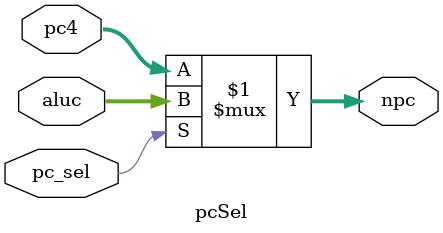
<source format=v>
module pcSel (
    input pc_sel,
    input [31:0] aluc,
    input [31:0] pc4,
    output [31:0]  npc
);
assign npc = pc_sel ? aluc:pc4;
endmodule
</source>
